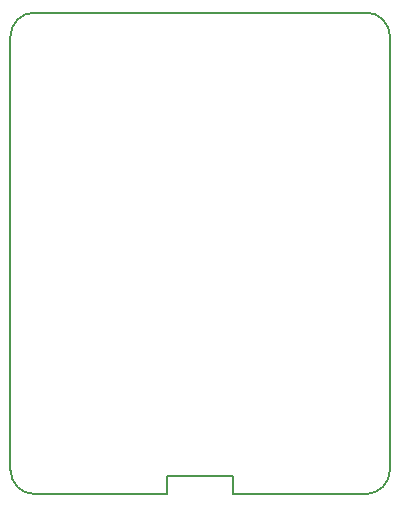
<source format=gbr>
G04 #@! TF.GenerationSoftware,KiCad,Pcbnew,5.0.0-fee4fd1~65~ubuntu17.10.1*
G04 #@! TF.CreationDate,2018-11-13T13:37:27+00:00*
G04 #@! TF.ProjectId,Power Monitor Version 1,506F776572204D6F6E69746F72205665,rev?*
G04 #@! TF.SameCoordinates,Original*
G04 #@! TF.FileFunction,Profile,NP*
%FSLAX46Y46*%
G04 Gerber Fmt 4.6, Leading zero omitted, Abs format (unit mm)*
G04 Created by KiCad (PCBNEW 5.0.0-fee4fd1~65~ubuntu17.10.1) date Tue Nov 13 13:37:27 2018*
%MOMM*%
%LPD*%
G01*
G04 APERTURE LIST*
%ADD10C,0.150000*%
G04 APERTURE END LIST*
D10*
X138557000Y-110363000D02*
X138557000Y-111887000D01*
X132969000Y-110363000D02*
X138557000Y-110363000D01*
X132969000Y-111887000D02*
X132969000Y-110363000D01*
X132969000Y-111887000D02*
X121729500Y-111887000D01*
X149796500Y-111887000D02*
X138557000Y-111887000D01*
X151828500Y-73152000D02*
X151828500Y-109855000D01*
X121729500Y-71120000D02*
X149796500Y-71120000D01*
X119697500Y-109855000D02*
X119697500Y-73152000D01*
X121729500Y-111887000D02*
G75*
G02X119697500Y-109855000I0J2032000D01*
G01*
X119697500Y-73152000D02*
G75*
G02X121729500Y-71120000I2032000J0D01*
G01*
X149796500Y-71120000D02*
G75*
G02X151828500Y-73152000I0J-2032000D01*
G01*
X151828500Y-109855000D02*
G75*
G02X149796500Y-111887000I-2032000J0D01*
G01*
M02*

</source>
